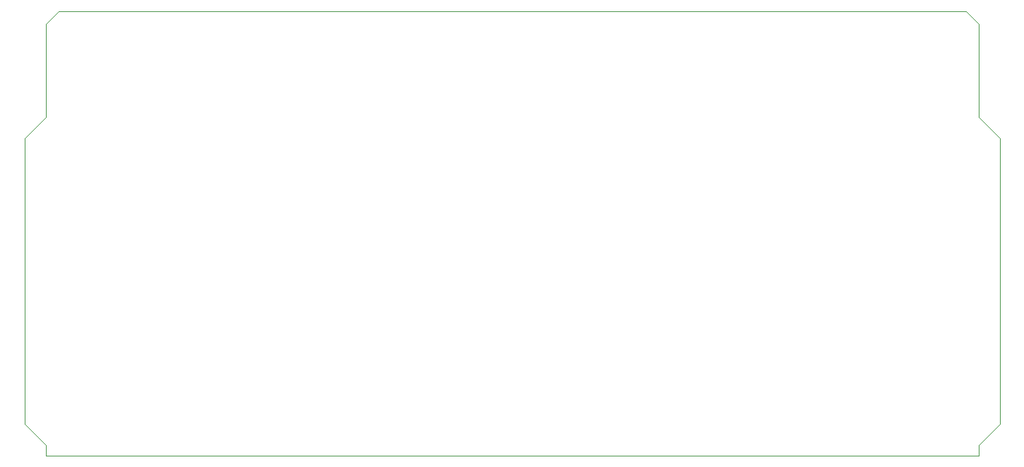
<source format=gbr>
%TF.GenerationSoftware,KiCad,Pcbnew,(5.1.9)-1*%
%TF.CreationDate,2021-01-16T23:23:18+11:00*%
%TF.ProjectId,megatosimm,6d656761-746f-4736-996d-6d2e6b696361,rev?*%
%TF.SameCoordinates,Original*%
%TF.FileFunction,Profile,NP*%
%FSLAX46Y46*%
G04 Gerber Fmt 4.6, Leading zero omitted, Abs format (unit mm)*
G04 Created by KiCad (PCBNEW (5.1.9)-1) date 2021-01-16 23:23:18*
%MOMM*%
%LPD*%
G01*
G04 APERTURE LIST*
%TA.AperFunction,Profile*%
%ADD10C,0.050000*%
%TD*%
G04 APERTURE END LIST*
D10*
X105029000Y-73660000D02*
X116205000Y-73660000D01*
X103505000Y-75184000D02*
X105029000Y-73660000D01*
X103505000Y-86360000D02*
X103505000Y-75184000D01*
X100965000Y-88900000D02*
X103505000Y-86360000D01*
X100965000Y-123190000D02*
X100965000Y-88900000D01*
X103505000Y-125730000D02*
X100965000Y-123190000D01*
X103505000Y-127000000D02*
X103505000Y-125730000D01*
X116205000Y-127000000D02*
X103505000Y-127000000D01*
X213741000Y-73660000D02*
X116205000Y-73660000D01*
X215265000Y-75184000D02*
X213741000Y-73660000D01*
X215265000Y-86360000D02*
X215265000Y-75184000D01*
X217805000Y-88900000D02*
X215265000Y-86360000D01*
X217805000Y-123190000D02*
X217805000Y-88900000D01*
X215265000Y-125730000D02*
X217805000Y-123190000D01*
X215265000Y-127000000D02*
X215265000Y-125730000D01*
X116205000Y-127000000D02*
X215265000Y-127000000D01*
M02*

</source>
